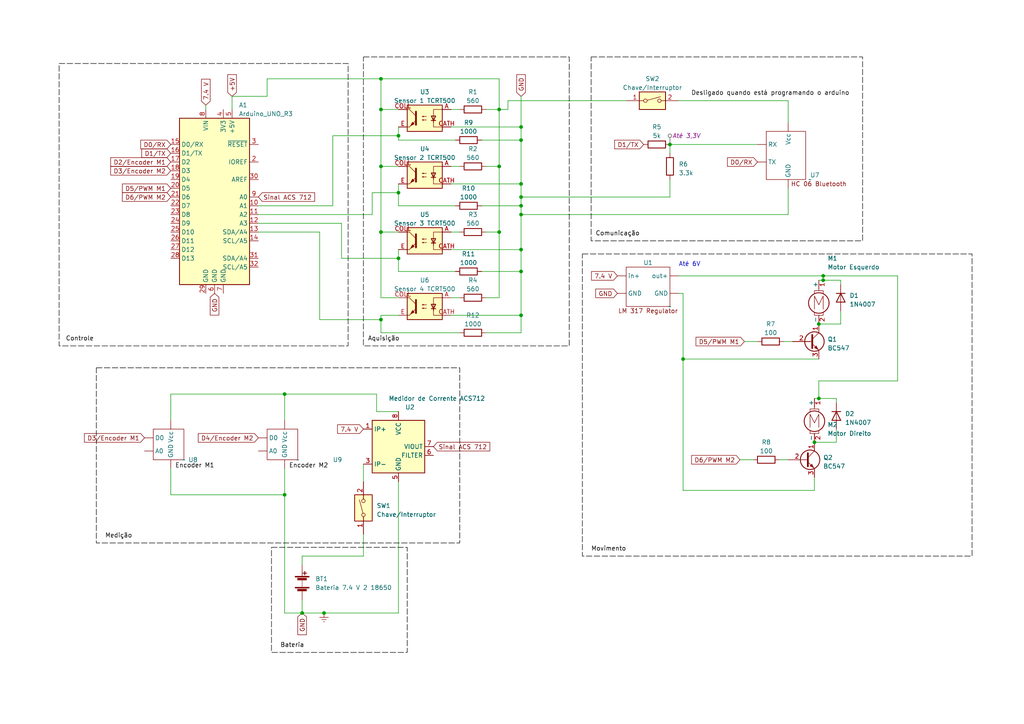
<source format=kicad_sch>
(kicad_sch (version 20230121) (generator eeschema)
  (paper "A4")
  (title_block (title "Projeto K.A.T.I.A.U") (date "2024-05-13") (rev "Pedro Zago") (company "Universidade de Brasília ") (comment 1 "Grupo 2") (comment 2 "Projeto Integrador de Engenharia 1 "))
  (lib_symbols
    (symbol "BLUETOOTH-SERIAL-HC-06:Encoder"
      (property "Reference" "U" (at 0 0 0))
      (symbol "Encoder_0_1"
        (rectangle (start -8.89 8.89) (end 0 0))
      )
      (symbol "Encoder_1_1"
        (pin output line (at -11.43 2.54 0) (length 2.54) (name "A0") (number ""))
        (pin output line (at -11.43 6.35 0) (length 2.54) (name "D0") (number ""))
        (pin input line (at -3.81 -2.54 90) (length 2.54) (name "GND") (number ""))
        (pin input line (at -3.81 11.43 270) (length 2.54) (name "Vcc") (number ""))
      )
    )
    (symbol "BLUETOOTH-SERIAL-HC-06:HC_06_Bluetooth"
      (property "Reference" "U" (at 0 1.27 0))
      (symbol "HC_06_Bluetooth_0_1"
        (rectangle (start -12.7 13.97) (end -1.27 0))
      )
      (symbol "HC_06_Bluetooth_1_1"
        (text "HC 06 Bluetooth" (at 2.54 -1.27 0) (effects (font (size 1.27 1.27))))
        (pin input line (at -6.35 -2.54 90) (length 2.54) (name "GND") (number ""))
        (pin input line (at -15.24 10.16 0) (length 2.54) (name "RX") (number ""))
        (pin output line (at -15.24 5.08 0) (length 2.54) (name "TX") (number ""))
        (pin input line (at -6.35 16.51 270) (length 2.54) (name "Vcc") (number ""))
      )
    )
    (symbol "BLUETOOTH-SERIAL-HC-06:XL4005_"
      (property "Reference" "U1" (at -6.35 12.7 0))
      (property "Value" "~" (at 0 0 0))
      (symbol "XL4005__0_1"
        (rectangle (start -12.7 11.43) (end 0 0))
      )
      (symbol "XL4005__1_1"
        (text "LM 317 Regulator" (at -6.35 -1.27 0) (effects (font (size 1.27 1.27))))
        (pin input line (at -15.24 3.81 0) (length 2.54) (name "GND") (number ""))
        (pin output line (at 2.54 3.81 180) (length 2.54) (name "GND") (number ""))
        (pin input line (at -15.24 8.89 0) (length 2.54) (name "in+") (number ""))
        (pin output line (at 2.54 8.89 180) (length 2.54) (name "out+") (number ""))
      )
    )
    (symbol "Device:Battery" (pin_numbers hide) (pin_names (offset 0) hide)
      (property "Reference" "BT" (at 2.54 2.54 0))
      (property "Value" "Battery" (at 2.54 0 0))
      (symbol "Battery_0_1"
        (rectangle (start -2.032 -1.397) (end 2.032 -1.651) (fill (type outline)))
        (rectangle (start -2.032 1.778) (end 2.032 1.524) (fill (type outline)))
        (rectangle (start -1.3208 -1.9812) (end 1.27 -2.4892) (fill (type outline)))
        (rectangle (start -1.3208 1.1938) (end 1.27 0.6858) (fill (type outline)))
        (polyline (pts (xy 0 -1.524) (xy 0 -1.27)))
        (polyline (pts (xy 0 -1.016) (xy 0 -0.762)))
        (polyline (pts (xy 0 -0.508) (xy 0 -0.254)))
        (polyline (pts (xy 0 0) (xy 0 0.254)))
        (polyline (pts (xy 0 0.508) (xy 0 0.762)))
        (polyline (pts (xy 0 1.778) (xy 0 2.54)))
        (polyline (pts (xy 0.254 2.667) (xy 1.27 2.667)) (stroke (width 0.254)))
        (polyline (pts (xy 0.762 3.175) (xy 0.762 2.159)) (stroke (width 0.254)))
      )
      (symbol "Battery_1_1"
        (pin passive line (at 0 5.08 270) (length 2.54) (name "+") (number "1"))
        (pin passive line (at 0 -5.08 90) (length 2.54) (name "-") (number "2"))
      )
    )
    (symbol "Device:R" (pin_numbers hide) (pin_names (offset 0))
      (property "Reference" "R" (at 2.032 0 90))
      (property "Value" "R" (at 0 0 90))
      (symbol "R_0_1"
        (rectangle (start -1.016 -2.54) (end 1.016 2.54) (stroke (width 0.254)))
      )
      (symbol "R_1_1"
        (pin passive line (at 0 3.81 270) (length 1.27) (name "~") (number "1"))
        (pin passive line (at 0 -3.81 90) (length 1.27) (name "~") (number "2"))
      )
    )
    (symbol "Diode:1N4007" (pin_numbers hide) (pin_names hide)
      (property "Reference" "D" (at 0 2.54 0))
      (property "Value" "1N4007" (at 0 -2.54 0))
      (symbol "1N4007_0_1"
        (polyline (pts (xy -1.27 1.27) (xy -1.27 -1.27)) (stroke (width 0.254)))
        (polyline (pts (xy 1.27 0) (xy -1.27 0)))
        (polyline (pts (xy 1.27 1.27) (xy 1.27 -1.27) (xy -1.27 0) (xy 1.27 1.27)) (stroke (width 0.254)))
      )
      (symbol "1N4007_1_1"
        (pin passive line (at -3.81 0 0) (length 2.54) (name "K") (number "1"))
        (pin passive line (at 3.81 0 180) (length 2.54) (name "A") (number "2"))
      )
    )
    (symbol "MCU_Module:Arduino_UNO_R3"
      (property "Reference" "A" (at -10.16 23.495 0))
      (property "Value" "Arduino_UNO_R3" (at 5.08 -26.67 0))
      (symbol "Arduino_UNO_R3_0_1"
        (rectangle (start -10.16 22.86) (end 10.16 -25.4) (stroke (width 0.254)) (fill (type background)))
      )
      (symbol "Arduino_UNO_R3_1_1"
        (pin no_connect line (at -10.16 -20.32 0) (length 2.54) hide (name "NC") (number "1"))
        (pin bidirectional line (at 12.7 -2.54 180) (length 2.54) (name "A1") (number "10"))
        (pin bidirectional line (at 12.7 -5.08 180) (length 2.54) (name "A2") (number "11"))
        (pin bidirectional line (at 12.7 -7.62 180) (length 2.54) (name "A3") (number "12"))
        (pin bidirectional line (at 12.7 -10.16 180) (length 2.54) (name "SDA/A4") (number "13"))
        (pin bidirectional line (at 12.7 -12.7 180) (length 2.54) (name "SCL/A5") (number "14"))
        (pin bidirectional line (at -12.7 15.24 0) (length 2.54) (name "D0/RX") (number "15"))
        (pin bidirectional line (at -12.7 12.7 0) (length 2.54) (name "D1/TX") (number "16"))
        (pin bidirectional line (at -12.7 10.16 0) (length 2.54) (name "D2") (number "17"))
        (pin bidirectional line (at -12.7 7.62 0) (length 2.54) (name "D3") (number "18"))
        (pin bidirectional line (at -12.7 5.08 0) (length 2.54) (name "D4") (number "19"))
        (pin output line (at 12.7 10.16 180) (length 2.54) (name "IOREF") (number "2"))
        (pin bidirectional line (at -12.7 2.54 0) (length 2.54) (name "D5") (number "20"))
        (pin bidirectional line (at -12.7 0 0) (length 2.54) (name "D6") (number "21"))
        (pin bidirectional line (at -12.7 -2.54 0) (length 2.54) (name "D7") (number "22"))
        (pin bidirectional line (at -12.7 -5.08 0) (length 2.54) (name "D8") (number "23"))
        (pin bidirectional line (at -12.7 -7.62 0) (length 2.54) (name "D9") (number "24"))
        (pin bidirectional line (at -12.7 -10.16 0) (length 2.54) (name "D10") (number "25"))
        (pin bidirectional line (at -12.7 -12.7 0) (length 2.54) (name "D11") (number "26"))
        (pin bidirectional line (at -12.7 -15.24 0) (length 2.54) (name "D12") (number "27"))
        (pin bidirectional line (at -12.7 -17.78 0) (length 2.54) (name "D13") (number "28"))
        (pin power_in line (at -2.54 -27.94 90) (length 2.54) (name "GND") (number "29"))
        (pin input line (at 12.7 15.24 180) (length 2.54) (name "~{RESET}") (number "3"))
        (pin input line (at 12.7 5.08 180) (length 2.54) (name "AREF") (number "30"))
        (pin bidirectional line (at 12.7 -17.78 180) (length 2.54) (name "SDA/A4") (number "31"))
        (pin bidirectional line (at 12.7 -20.32 180) (length 2.54) (name "SCL/A5") (number "32"))
        (pin power_out line (at 2.54 25.4 270) (length 2.54) (name "3V3") (number "4"))
        (pin power_out line (at 5.08 25.4 270) (length 2.54) (name "+5V") (number "5"))
        (pin power_in line (at 0 -27.94 90) (length 2.54) (name "GND") (number "6"))
        (pin power_in line (at 2.54 -27.94 90) (length 2.54) (name "GND") (number "7"))
        (pin power_in line (at -2.54 25.4 270) (length 2.54) (name "VIN") (number "8"))
        (pin bidirectional line (at 12.7 0 180) (length 2.54) (name "A0") (number "9"))
      )
    )
    (symbol "Motor:Motor_DC_ALT" (pin_names (offset 0))
      (property "Reference" "M" (at 2.54 2.54 0))
      (property "Value" "Motor_DC_ALT" (at 2.54 -5.08 0))
      (symbol "Motor_DC_ALT_0_0"
        (circle (center 0 -1.524) (radius 2.9718) (stroke (width 0.254)))
        (polyline (pts (xy -1.27 -4.318) (xy -1.27 -5.08) (xy 1.27 -5.08) (xy 1.27 -4.318)))
        (polyline (pts (xy -1.27 1.27) (xy -1.27 2.032) (xy 1.27 2.032) (xy 1.27 1.27)))
        (polyline (pts (xy -1.27 -3.302) (xy -1.27 0.508) (xy 0 -2.032) (xy 1.27 0.508) (xy 1.27 -3.302)))
      )
      (symbol "Motor_DC_ALT_0_1"
        (polyline (pts (xy 0 2.032) (xy 0 2.54)))
      )
      (symbol "Motor_DC_ALT_1_1"
        (pin passive line (at 0 5.08 270) (length 2.54) (name "+") (number "1"))
        (pin passive line (at 0 -7.62 90) (length 2.54) (name "-") (number "2"))
      )
    )
    (symbol "Sensor_Current:ACS712xLCTR-20A"
      (property "Reference" "U" (at 2.54 11.43 0))
      (property "Value" "ACS712xLCTR-20A" (at 2.54 8.89 0))
      (symbol "ACS712xLCTR-20A_0_1"
        (rectangle (start -7.62 7.62) (end 7.62 -7.62) (stroke (width 0.254)) (fill (type background)))
      )
      (symbol "ACS712xLCTR-20A_1_1"
        (pin passive line (at -10.16 5.08 0) (length 2.54) (name "IP+") (number "1"))
        (pin passive line (at -10.16 5.08 0) (length 2.54) hide (name "IP+") (number "2"))
        (pin passive line (at -10.16 -5.08 0) (length 2.54) (name "IP-") (number "3"))
        (pin passive line (at -10.16 -5.08 0) (length 2.54) hide (name "IP-") (number "4"))
        (pin power_in line (at 0 -10.16 90) (length 2.54) (name "GND") (number "5"))
        (pin passive line (at 10.16 -2.54 180) (length 2.54) (name "FILTER") (number "6"))
        (pin output line (at 10.16 0 180) (length 2.54) (name "VIOUT") (number "7"))
        (pin power_in line (at 0 10.16 270) (length 2.54) (name "VCC") (number "8"))
      )
    )
    (symbol "Switch:SW_DIP_x01" (pin_names (offset 0) hide)
      (property "Reference" "SW" (at 0 3.81 0))
      (property "Value" "SW_DIP_x01" (at 0 -3.81 0))
      (symbol "SW_DIP_x01_0_0"
        (circle (center -2.032 0) (radius 0.508))
        (polyline (pts (xy -1.524 0.127) (xy 2.3622 1.1684)))
        (circle (center 2.032 0) (radius 0.508))
      )
      (symbol "SW_DIP_x01_0_1"
        (rectangle (start -3.81 2.54) (end 3.81 -2.54) (stroke (width 0.254)) (fill (type background)))
      )
      (symbol "SW_DIP_x01_1_1"
        (pin passive line (at -7.62 0 0) (length 5.08) (name "~") (number "1"))
        (pin passive line (at 7.62 0 180) (length 5.08) (name "~") (number "2"))
      )
    )
    (symbol "Transistor_BJT:BC547" (pin_names (offset 0) hide)
      (property "Reference" "Q" (at 5.08 1.905 0))
      (property "Value" "BC547" (at 5.08 0 0))
      (symbol "BC547_0_1"
        (polyline (pts (xy 0 0) (xy 0.635 0)))
        (polyline (pts (xy 0.635 0.635) (xy 2.54 2.54)))
        (polyline (pts (xy 0.635 -0.635) (xy 2.54 -2.54) (xy 2.54 -2.54)))
        (polyline (pts (xy 0.635 1.905) (xy 0.635 -1.905) (xy 0.635 -1.905)) (stroke (width 0.508)))
        (polyline (pts (xy 1.27 -1.778) (xy 1.778 -1.27) (xy 2.286 -2.286) (xy 1.27 -1.778) (xy 1.27 -1.778)) (fill (type outline)))
        (circle (center 1.27 0) (radius 2.8194) (stroke (width 0.254)))
      )
      (symbol "BC547_1_1"
        (pin passive line (at 2.54 5.08 270) (length 2.54) (name "C") (number "1"))
        (pin input line (at -5.08 0 0) (length 5.08) (name "B") (number "2"))
        (pin passive line (at 2.54 -5.08 90) (length 2.54) (name "E") (number "3"))
      )
    )
    (symbol "power:Earth" (power) (pin_names (offset 0))
      (symbol "Earth_0_1"
        (polyline (pts (xy -0.635 -1.905) (xy 0.635 -1.905)))
        (polyline (pts (xy -0.127 -2.54) (xy 0.127 -2.54)))
        (polyline (pts (xy 0 -1.27) (xy 0 0)))
        (polyline (pts (xy 1.27 -1.27) (xy -1.27 -1.27)))
      )
      (symbol "Earth_1_1"
        (pin power_in line (at 0 0 270) (length 0) hide (name "Earth") (number "1"))
      )
    )
    (symbol "tcrt5000:TCRT5000"
      (property "Reference" "U" (at 0 5.08 0))
      (property "Value" "TCRT5000" (at 0 -5.08 0))
      (symbol "TCRT5000_0_1"
        (rectangle (start -5.08 3.81) (end 5.08 -3.81) (stroke (width 0.254)) (fill (type background)))
        (polyline (pts (xy -3.175 -0.635) (xy -1.905 -0.635)) (stroke (width 0.254)))
        (polyline (pts (xy 2.54 0.635) (xy 4.445 2.54)))
        (polyline (pts (xy 4.445 -2.54) (xy 2.54 -0.635)) (fill (type outline)))
        (polyline (pts (xy 4.445 -2.54) (xy 5.08 -2.54)))
        (polyline (pts (xy 4.445 2.54) (xy 5.08 2.54)))
        (polyline (pts (xy -2.54 -0.635) (xy -2.54 -2.54) (xy -5.08 -2.54)))
        (polyline (pts (xy 2.54 1.905) (xy 2.54 -1.905) (xy 2.54 -1.905)) (stroke (width 0.508)))
        (polyline (pts (xy -5.08 2.54) (xy -2.54 2.54) (xy -2.54 -1.27) (xy -2.54 0.635)))
        (polyline (pts (xy -2.54 -0.635) (xy -3.175 0.635) (xy -1.905 0.635) (xy -2.54 -0.635)) (stroke (width 0.254)))
        (polyline (pts (xy -0.508 -0.508) (xy 0.762 -0.508) (xy 0.381 -0.635) (xy 0.381 -0.381) (xy 0.762 -0.508)))
        (polyline (pts (xy -0.508 0.508) (xy 0.762 0.508) (xy 0.381 0.381) (xy 0.381 0.635) (xy 0.762 0.508)))
        (polyline (pts (xy 3.048 -1.651) (xy 3.556 -1.143) (xy 4.064 -2.159) (xy 3.048 -1.651) (xy 3.048 -1.651)) (fill (type outline)))
      )
      (symbol "TCRT5000_1_1"
        (pin passive line (at -7.62 2.54 0) (length 2.54) (name "~") (number "A"))
        (pin passive line (at -7.62 -2.54 0) (length 2.54) (name "~") (number "CATH"))
        (pin passive line (at 7.62 2.54 180) (length 2.54) (name "~") (number "COLL"))
        (pin passive line (at 7.62 -2.54 180) (length 2.54) (name "~") (number "E"))
      )
    )
  )
  (junction (at 151.13 40.64))
  (junction (at 236.22 128.27))
  (junction (at 238.76 81.28))
  (junction (at 87.63 177.8))
  (junction (at 115.57 39.37))
  (junction (at 238.76 80.01))
  (junction (at 144.78 31.75))
  (junction (at 144.78 48.26))
  (junction (at 151.13 91.44))
  (junction (at 237.49 115.57))
  (junction (at 151.13 57.15))
  (junction (at 82.55 114.3))
  (junction (at 82.55 143.51))
  (junction (at 151.13 62.23))
  (junction (at 151.13 78.74))
  (junction (at 194.31 41.91))
  (junction (at 115.57 55.88))
  (junction (at 151.13 53.34))
  (junction (at 93.98 177.8))
  (junction (at 198.12 104.14))
  (junction (at 110.49 48.26))
  (junction (at 144.78 67.31))
  (junction (at 151.13 72.39))
  (junction (at 237.49 93.98))
  (junction (at 151.13 59.69))
  (junction (at 151.13 36.83))
  (junction (at 110.49 22.86))
  (junction (at 115.57 74.93))
  (junction (at 110.49 31.75))
  (junction (at 110.49 92.71))
  (junction (at 110.49 67.31))
  (wire (pts (xy 140.97 96.52) (xy 151.13 96.52)))
  (wire (pts (xy 59.69 30.48) (xy 59.69 31.75)))
  (wire (pts (xy 115.57 78.74) (xy 132.08 78.74)))
  (wire (pts (xy 236.22 138.43) (xy 236.22 142.24)))
  (wire (pts (xy 130.81 31.75) (xy 133.35 31.75)))
  (wire (pts (xy 115.57 59.69) (xy 132.08 59.69)))
  (wire (pts (xy 237.49 115.57) (xy 242.57 115.57)))
  (wire (pts (xy 130.81 67.31) (xy 133.35 67.31)))
  (wire (pts (xy 260.35 80.01) (xy 260.35 110.49)))
  (wire (pts (xy 215.9 99.06) (xy 219.71 99.06)))
  (wire (pts (xy 151.13 57.15) (xy 194.31 57.15)))
  (wire (pts (xy 87.63 161.29) (xy 105.41 161.29)))
  (wire (pts (xy 110.49 22.86) (xy 110.49 31.75)))
  (wire (pts (xy 144.78 31.75) (xy 144.78 48.26)))
  (wire (pts (xy 49.53 135.89) (xy 49.53 143.51)))
  (wire (pts (xy 130.81 53.34) (xy 151.13 53.34)))
  (wire (pts (xy 228.6 54.61) (xy 228.6 62.23)))
  (wire (pts (xy 74.93 67.31) (xy 92.71 67.31)))
  (wire (pts (xy 144.78 22.86) (xy 144.78 31.75)))
  (wire (pts (xy 151.13 62.23) (xy 228.6 62.23)))
  (wire (pts (xy 115.57 139.7) (xy 115.57 177.8)))
  (wire (pts (xy 139.7 59.69) (xy 151.13 59.69)))
  (wire (pts (xy 194.31 41.91) (xy 194.31 44.45)))
  (wire (pts (xy 67.31 27.94) (xy 67.31 31.75)))
  (wire (pts (xy 87.63 177.8) (xy 93.98 177.8)))
  (wire (pts (xy 140.97 31.75) (xy 144.78 31.75)))
  (wire (pts (xy 151.13 53.34) (xy 151.13 57.15)))
  (wire (pts (xy 82.55 135.89) (xy 82.55 143.51)))
  (wire (pts (xy 110.49 67.31) (xy 110.49 86.36)))
  (wire (pts (xy 110.49 92.71) (xy 110.49 96.52)))
  (wire (pts (xy 151.13 72.39) (xy 151.13 78.74)))
  (wire (pts (xy 196.85 80.01) (xy 238.76 80.01)))
  (wire (pts (xy 87.63 161.29) (xy 87.63 163.83)))
  (wire (pts (xy 139.7 40.64) (xy 151.13 40.64)))
  (wire (pts (xy 115.57 36.83) (xy 115.57 39.37)))
  (wire (pts (xy 110.49 86.36) (xy 115.57 86.36)))
  (wire (pts (xy 110.49 48.26) (xy 110.49 67.31)))
  (wire (pts (xy 151.13 40.64) (xy 151.13 53.34)))
  (wire (pts (xy 99.06 74.93) (xy 115.57 74.93)))
  (wire (pts (xy 237.49 93.98) (xy 243.84 93.98)))
  (wire (pts (xy 238.76 80.01) (xy 238.76 81.28)))
  (wire (pts (xy 227.33 99.06) (xy 229.87 99.06)))
  (wire (pts (xy 228.6 29.21) (xy 228.6 35.56)))
  (wire (pts (xy 107.95 55.88) (xy 115.57 55.88)))
  (wire (pts (xy 49.53 114.3) (xy 49.53 121.92)))
  (wire (pts (xy 110.49 22.86) (xy 144.78 22.86)))
  (wire (pts (xy 110.49 31.75) (xy 115.57 31.75)))
  (wire (pts (xy 151.13 78.74) (xy 151.13 91.44)))
  (wire (pts (xy 242.57 115.57) (xy 242.57 116.84)))
  (wire (pts (xy 109.22 114.3) (xy 109.22 119.38)))
  (wire (pts (xy 82.55 114.3) (xy 82.55 121.92)))
  (wire (pts (xy 82.55 114.3) (xy 109.22 114.3)))
  (wire (pts (xy 181.61 29.21) (xy 147.32 29.21)))
  (wire (pts (xy 243.84 81.28) (xy 243.84 82.55)))
  (wire (pts (xy 238.76 81.28) (xy 243.84 81.28)))
  (wire (pts (xy 99.06 64.77) (xy 99.06 74.93)))
  (wire (pts (xy 115.57 40.64) (xy 132.08 40.64)))
  (wire (pts (xy 110.49 31.75) (xy 110.49 48.26)))
  (wire (pts (xy 49.53 143.51) (xy 82.55 143.51)))
  (wire (pts (xy 198.12 142.24) (xy 236.22 142.24)))
  (wire (pts (xy 196.85 29.21) (xy 228.6 29.21)))
  (wire (pts (xy 77.47 22.86) (xy 77.47 27.94)))
  (wire (pts (xy 151.13 91.44) (xy 151.13 96.52)))
  (wire (pts (xy 237.49 110.49) (xy 237.49 115.57)))
  (wire (pts (xy 82.55 143.51) (xy 82.55 177.8)))
  (wire (pts (xy 87.63 173.99) (xy 87.63 177.8)))
  (wire (pts (xy 82.55 177.8) (xy 87.63 177.8)))
  (wire (pts (xy 198.12 104.14) (xy 237.49 104.14)))
  (wire (pts (xy 67.31 27.94) (xy 77.47 27.94)))
  (wire (pts (xy 110.49 96.52) (xy 133.35 96.52)))
  (wire (pts (xy 144.78 48.26) (xy 144.78 67.31)))
  (wire (pts (xy 194.31 52.07) (xy 194.31 57.15)))
  (wire (pts (xy 115.57 72.39) (xy 115.57 74.93)))
  (wire (pts (xy 198.12 104.14) (xy 198.12 142.24)))
  (wire (pts (xy 49.53 114.3) (xy 82.55 114.3)))
  (wire (pts (xy 144.78 67.31) (xy 144.78 86.36)))
  (wire (pts (xy 151.13 36.83) (xy 151.13 40.64)))
  (wire (pts (xy 214.63 133.35) (xy 218.44 133.35)))
  (wire (pts (xy 105.41 154.94) (xy 105.41 161.29)))
  (wire (pts (xy 92.71 67.31) (xy 92.71 92.71)))
  (wire (pts (xy 105.41 134.62) (xy 105.41 139.7)))
  (wire (pts (xy 110.49 91.44) (xy 115.57 91.44)))
  (wire (pts (xy 74.93 59.69) (xy 96.52 59.69)))
  (wire (pts (xy 226.06 133.35) (xy 228.6 133.35)))
  (wire (pts (xy 130.81 72.39) (xy 151.13 72.39)))
  (wire (pts (xy 139.7 78.74) (xy 151.13 78.74)))
  (wire (pts (xy 115.57 53.34) (xy 115.57 55.88)))
  (wire (pts (xy 151.13 57.15) (xy 151.13 59.69)))
  (wire (pts (xy 109.22 119.38) (xy 115.57 119.38)))
  (wire (pts (xy 140.97 48.26) (xy 144.78 48.26)))
  (wire (pts (xy 151.13 59.69) (xy 151.13 62.23)))
  (wire (pts (xy 96.52 39.37) (xy 96.52 59.69)))
  (wire (pts (xy 140.97 86.36) (xy 144.78 86.36)))
  (wire (pts (xy 140.97 67.31) (xy 144.78 67.31)))
  (wire (pts (xy 74.93 64.77) (xy 99.06 64.77)))
  (wire (pts (xy 130.81 91.44) (xy 151.13 91.44)))
  (wire (pts (xy 242.57 124.46) (xy 242.57 128.27)))
  (wire (pts (xy 77.47 22.86) (xy 110.49 22.86)))
  (wire (pts (xy 74.93 62.23) (xy 107.95 62.23)))
  (wire (pts (xy 115.57 55.88) (xy 115.57 59.69)))
  (wire (pts (xy 151.13 62.23) (xy 151.13 72.39)))
  (wire (pts (xy 110.49 48.26) (xy 115.57 48.26)))
  (wire (pts (xy 92.71 92.71) (xy 110.49 92.71)))
  (wire (pts (xy 196.85 85.09) (xy 198.12 85.09)))
  (wire (pts (xy 115.57 74.93) (xy 115.57 78.74)))
  (wire (pts (xy 237.49 110.49) (xy 260.35 110.49)))
  (wire (pts (xy 151.13 27.94) (xy 151.13 36.83)))
  (wire (pts (xy 107.95 55.88) (xy 107.95 62.23)))
  (wire (pts (xy 236.22 115.57) (xy 237.49 115.57)))
  (wire (pts (xy 236.22 128.27) (xy 242.57 128.27)))
  (wire (pts (xy 238.76 80.01) (xy 260.35 80.01)))
  (wire (pts (xy 96.52 39.37) (xy 115.57 39.37)))
  (wire (pts (xy 198.12 85.09) (xy 198.12 104.14)))
  (wire (pts (xy 115.57 39.37) (xy 115.57 40.64)))
  (wire (pts (xy 130.81 86.36) (xy 133.35 86.36)))
  (wire (pts (xy 110.49 91.44) (xy 110.49 92.71)))
  (wire (pts (xy 93.98 177.8) (xy 115.57 177.8)))
  (wire (pts (xy 194.31 41.91) (xy 219.71 41.91)))
  (wire (pts (xy 147.32 29.21) (xy 147.32 31.75)))
  (wire (pts (xy 243.84 90.17) (xy 243.84 93.98)))
  (wire (pts (xy 144.78 31.75) (xy 147.32 31.75)))
  (wire (pts (xy 130.81 48.26) (xy 133.35 48.26)))
  (wire (pts (xy 130.81 36.83) (xy 151.13 36.83)))
  (wire (pts (xy 110.49 67.31) (xy 115.57 67.31)))
  (wire (pts (xy 237.49 81.28) (xy 238.76 81.28)))
  (rectangle (start 105.41 16.51) (end 165.1 100.33) (stroke (width 0) (type dash) (color 0 0 0 1)))
  (rectangle (start 17.145 18.415) (end 100.965 100.33) (stroke (width 0) (type dash) (color 0 0 0 1)))
  (rectangle (start 27.94 106.68) (end 133.35 157.48) (stroke (width 0) (type dash) (color 0 0 0 1)))
  (rectangle (start 78.74 158.75) (end 118.11 189.23) (stroke (width 0) (type dash) (color 0 0 0 1)))
  (rectangle (start 171.45 16.51) (end 250.19 69.85) (stroke (width 0) (type dash) (color 0 0 0 1)))
  (rectangle (start 168.91 73.66) (end 281.94 161.29) (stroke (width 0) (type dash) (color 0 0 0 1)))
  (text "Medição" (at 30.48 156.21 0) (effects (font (size 1.27 1.27)) (justify left bottom)))
  (text "Encoder M1" (at 50.8 135.89 0) (effects (font (size 1.27 1.27)) (justify left bottom)))
  (text "Até 6V" (at 203.2 77.47 0) (effects (font (size 1.27 1.27)) (justify right bottom)))
  (text "Aquisição\n" (at 106.68 99.06 0) (effects (font (size 1.27 1.27)) (justify left bottom)))
  (text "Bateria" (at 81.28 187.96 0) (effects (font (size 1.27 1.27)) (justify left bottom)))
  (text "Comunicação" (at 172.72 68.58 0) (effects (font (size 1.27 1.27)) (justify left bottom)))
  (text "Controle" (at 19.05 99.06 0) (effects (font (size 1.27 1.27)) (justify left bottom)))
  (text "Encoder M2\n" (at 83.82 135.89 0) (effects (font (size 1.27 1.27)) (justify left bottom)))
  (text "Movimento\n" (at 171.45 160.02 0) (effects (font (size 1.27 1.27)) (justify left bottom)))
  (label "Desligado quando está programando o arduino" (at 246.38 27.94 180))
  (global_label "D5{slash}PWM M1" (shape input) (at 215.9 99.06 180) (property "Intersheetrefs" "${INTERSHEET_REFS}" (effects hide)))
  (global_label "GND" (shape input) (at 151.13 27.94 90) (property "Intersheetrefs" "${INTERSHEET_REFS}" (effects hide)))
  (global_label "7.4 V" (shape input) (at 179.07 80.01 180) (property "Intersheetrefs" "${INTERSHEET_REFS}" (effects hide)))
  (global_label "GND" (shape input) (at 87.63 177.8 270) (property "Intersheetrefs" "${INTERSHEET_REFS}" (effects hide)))
  (global_label "D6{slash}PWM M2" (shape input) (at 49.53 57.15 180) (property "Intersheetrefs" "${INTERSHEET_REFS}" (effects hide)))
  (global_label "D2{slash}Encoder M1" (shape input) (at 49.53 46.99 180) (property "Intersheetrefs" "${INTERSHEET_REFS}" (effects hide)))
  (global_label "7.4 V" (shape input) (at 59.69 30.48 90) (property "Intersheetrefs" "${INTERSHEET_REFS}" (effects hide)))
  (global_label "D0{slash}RX" (shape input) (at 49.53 41.91 180) (property "Intersheetrefs" "${INTERSHEET_REFS}" (effects hide)))
  (global_label "Sinal ACS 712" (shape input) (at 74.93 57.15 0) (property "Intersheetrefs" "${INTERSHEET_REFS}" (effects hide)))
  (global_label "D0{slash}RX" (shape input) (at 219.71 46.99 180) (property "Intersheetrefs" "${INTERSHEET_REFS}" (effects hide)))
  (global_label "D4{slash}Encoder M2" (shape input) (at 74.93 127 180) (property "Intersheetrefs" "${INTERSHEET_REFS}" (effects hide)))
  (global_label "D1{slash}TX" (shape input) (at 49.53 44.45 180) (property "Intersheetrefs" "${INTERSHEET_REFS}" (effects hide)))
  (global_label "D3{slash}Encoder M1" (shape input) (at 41.91 127 180) (property "Intersheetrefs" "${INTERSHEET_REFS}" (effects hide)))
  (global_label "D6{slash}PWM M2" (shape input) (at 214.63 133.35 180) (property "Intersheetrefs" "${INTERSHEET_REFS}" (effects hide)))
  (global_label "D1{slash}TX" (shape input) (at 186.69 41.91 180) (property "Intersheetrefs" "${INTERSHEET_REFS}" (effects hide)))
  (global_label "7.4 V" (shape input) (at 105.41 124.46 180) (property "Intersheetrefs" "${INTERSHEET_REFS}" (effects hide)))
  (global_label "D5{slash}PWM M1" (shape input) (at 49.53 54.61 180) (property "Intersheetrefs" "${INTERSHEET_REFS}" (effects hide)))
  (global_label "GND" (shape input) (at 62.23 85.09 270) (property "Intersheetrefs" "${INTERSHEET_REFS}" (effects hide)))
  (global_label "Sinal ACS 712" (shape input) (at 125.73 129.54 0) (property "Intersheetrefs" "${INTERSHEET_REFS}" (effects hide)))
  (global_label "+5V" (shape input) (at 67.31 27.94 90) (property "Intersheetrefs" "${INTERSHEET_REFS}" (effects hide)))
  (global_label "GND" (shape input) (at 179.07 85.09 180) (property "Intersheetrefs" "${INTERSHEET_REFS}" (effects hide)))
  (global_label "D3{slash}Encoder M2" (shape input) (at 49.53 49.53 180) (property "Intersheetrefs" "${INTERSHEET_REFS}" (effects hide)))
  (netclass_flag "" (length 2.54) (shape round) (at 194.31 41.91 0) (property "Netclass" "Até 3,3V" (at 195.0085 39.37 0) (effects (font italic) (justify left))))
  (symbol (lib_id "Diode:1N4007") (at 242.57 120.65 270) (unit 1)
    (property "Reference" "D2" (at 245.11 120.015 90) (effects (justify left)))
    (property "Value" "1N4007" (at 245.11 122.555 90) (effects (justify left)))
    (property "Footprint" "Diode_THT:D_DO-41_SOD81_P10.16mm_Horizontal" (effects hide))
    (property "Datasheet" "http://www.vishay.com/docs/88503/1n4001.pdf" (effects hide))
    (property "Sim.Device" "D" (effects hide))
    (property "Sim.Pins" "1=K 2=A" (effects hide))
  )
  (symbol (lib_id "Device:R") (at 137.16 96.52 270) (unit 1)
    (property "Reference" "R12" (at 137.16 91.44 90))
    (property "Value" "1000" (at 137.16 93.98 90))
  )
  (symbol (lib_id "Device:R") (at 222.25 133.35 270) (unit 1)
    (property "Reference" "R8" (at 222.25 128.27 90))
    (property "Value" "100" (at 222.25 130.81 90))
  )
  (symbol (lib_id "BLUETOOTH-SERIAL-HC-06:Encoder") (at 53.34 133.35 0) (unit 1)
    (property "Reference" "U8" (at 54.61 133.35 0) (effects (justify left)))
    (property "Value" "~" (at 53.34 133.35 0))
  )
  (symbol (lib_id "Device:R") (at 135.89 78.74 270) (unit 1)
    (property "Reference" "R11" (at 135.89 73.66 90))
    (property "Value" "1000" (at 135.89 76.2 90))
  )
  (symbol (lib_id "power:Earth") (at 93.98 177.8 0) (unit 1)
    (property "Reference" "#PWR01" (effects hide))
    (property "Value" "Earth" (effects hide))
  )
  (symbol (lib_id "Device:R") (at 137.16 67.31 270) (unit 1)
    (property "Reference" "R3" (at 137.16 62.23 90))
    (property "Value" "560" (at 137.16 64.77 90))
  )
  (symbol (lib_id "Device:R") (at 137.16 31.75 270) (unit 1)
    (property "Reference" "R1" (at 137.16 26.67 90))
    (property "Value" "560" (at 137.16 29.21 90))
  )
  (symbol (lib_id "BLUETOOTH-SERIAL-HC-06:Encoder") (at 86.36 133.35 0) (unit 1)
    (property "Reference" "U9" (at 96.52 133.35 0) (effects (justify left)))
    (property "Value" "~" (at 86.36 133.35 0))
  )
  (symbol (lib_id "Device:R") (at 137.16 48.26 270) (unit 1)
    (property "Reference" "R2" (at 137.16 43.18 90))
    (property "Value" "560" (at 137.16 45.72 90))
  )
  (symbol (lib_id "Device:R") (at 194.31 48.26 0) (unit 1)
    (property "Reference" "R6" (at 196.85 47.625 0) (effects (justify left)))
    (property "Value" "3.3k" (at 196.85 50.165 0) (effects (justify left)))
  )
  (symbol (lib_id "tcrt5000:TCRT5000") (at 123.19 50.8 0) (mirror y) (unit 1)
    (property "Reference" "U4" (at 123.19 43.18 0))
    (property "Value" "Sensor 2 TCRT500" (at 123.19 45.72 0))
    (property "Footprint" "tcrt5000:tcrt5000" (effects hide))
    (property "Datasheet" "https://www.vishay.com/docs/83760/tcrt5000.pdf" (effects hide))
  )
  (symbol (lib_id "Transistor_BJT:BC547") (at 234.95 99.06 0) (unit 1)
    (property "Reference" "Q1" (at 240.03 98.425 0) (effects (justify left)))
    (property "Value" "BC547" (at 240.03 100.965 0) (effects (justify left)))
    (property "Footprint" "Package_TO_SOT_THT:TO-92_Inline" (effects hide))
    (property "Datasheet" "https://www.onsemi.com/pub/Collateral/BC550-D.pdf" (effects hide))
  )
  (symbol (lib_id "MCU_Module:Arduino_UNO_R3") (at 62.23 57.15 0) (unit 1)
    (property "Reference" "A1" (at 69.2659 30.48 0) (effects (justify left)))
    (property "Value" "Arduino_UNO_R3" (at 69.2659 33.02 0) (effects (justify left)))
    (property "Footprint" "Module:Arduino_UNO_R3" (effects hide))
    (property "Datasheet" "https://www.arduino.cc/en/Main/arduinoBoardUno" (effects hide))
  )
  (symbol (lib_id "Device:R") (at 135.89 59.69 270) (unit 1)
    (property "Reference" "R10" (at 135.89 54.61 90))
    (property "Value" "1000" (at 135.89 57.15 90))
  )
  (symbol (lib_id "Sensor_Current:ACS712xLCTR-20A") (at 115.57 129.54 0) (unit 1)
    (property "Reference" "U2" (at 117.5259 118.11 0) (effects (justify left)))
    (property "Value" " Medidor de Corrente ACS712" (at 111.76 115.57 0) (effects (justify left)))
    (property "Footprint" "Package_SO:SOIC-8_3.9x4.9mm_P1.27mm" (effects hide))
    (property "Datasheet" "http://www.allegromicro.com/~/media/Files/Datasheets/ACS712-Datasheet.ashx?la=en" (effects hide))
  )
  (symbol (lib_id "Device:R") (at 137.16 86.36 270) (unit 1)
    (property "Reference" "R4" (at 137.16 81.28 90))
    (property "Value" "560" (at 137.16 83.82 90))
  )
  (symbol (lib_id "Diode:1N4007") (at 243.84 86.36 270) (unit 1)
    (property "Reference" "D1" (at 246.38 85.725 90) (effects (justify left)))
    (property "Value" "1N4007" (at 246.38 88.265 90) (effects (justify left)))
    (property "Footprint" "Diode_THT:D_DO-41_SOD81_P10.16mm_Horizontal" (effects hide))
    (property "Datasheet" "http://www.vishay.com/docs/88503/1n4001.pdf" (effects hide))
    (property "Sim.Device" "D" (effects hide))
    (property "Sim.Pins" "1=K 2=A" (effects hide))
  )
  (symbol (lib_id "Switch:SW_DIP_x01") (at 189.23 29.21 0) (unit 1)
    (property "Reference" "SW2" (at 189.23 22.86 0))
    (property "Value" "Chave/Interruptor" (at 189.23 25.4 0))
  )
  (symbol (lib_id "tcrt5000:TCRT5000") (at 123.19 69.85 0) (mirror y) (unit 1)
    (property "Reference" "U5" (at 123.19 62.23 0))
    (property "Value" "Sensor 3 TCRT500" (at 123.19 64.77 0))
    (property "Footprint" "tcrt5000:tcrt5000" (effects hide))
    (property "Datasheet" "https://www.vishay.com/docs/83760/tcrt5000.pdf" (effects hide))
  )
  (symbol (lib_id "tcrt5000:TCRT5000") (at 123.19 88.9 0) (mirror y) (unit 1)
    (property "Reference" "U6" (at 123.19 81.28 0))
    (property "Value" "Sensor 4 TCRT500" (at 123.19 83.82 0))
    (property "Footprint" "tcrt5000:tcrt5000" (effects hide))
    (property "Datasheet" "https://www.vishay.com/docs/83760/tcrt5000.pdf" (effects hide))
  )
  (symbol (lib_id "tcrt5000:TCRT5000") (at 123.19 34.29 0) (mirror y) (unit 1)
    (property "Reference" "U3" (at 123.19 26.67 0))
    (property "Value" "Sensor 1 TCRT500" (at 123.19 29.21 0))
    (property "Footprint" "tcrt5000:tcrt5000" (effects hide))
    (property "Datasheet" "https://www.vishay.com/docs/83760/tcrt5000.pdf" (effects hide))
  )
  (symbol (lib_id "Transistor_BJT:BC547") (at 233.68 133.35 0) (unit 1)
    (property "Reference" "Q2" (at 238.76 132.715 0) (effects (justify left)))
    (property "Value" "BC547" (at 238.76 135.255 0) (effects (justify left)))
    (property "Footprint" "Package_TO_SOT_THT:TO-92_Inline" (effects hide))
    (property "Datasheet" "https://www.onsemi.com/pub/Collateral/BC550-D.pdf" (effects hide))
  )
  (symbol (lib_id "Switch:SW_DIP_x01") (at 105.41 147.32 90) (unit 1)
    (property "Reference" "SW1" (at 109.22 146.685 90) (effects (justify right)))
    (property "Value" "Chave/Interruptor" (at 109.22 149.225 90) (effects (justify right)))
  )
  (symbol (lib_id "Device:R") (at 223.52 99.06 270) (unit 1)
    (property "Reference" "R7" (at 223.52 93.98 90))
    (property "Value" "100" (at 223.52 96.52 90))
  )
  (symbol (lib_id "Motor:Motor_DC_ALT") (at 237.49 86.36 0) (unit 1)
    (property "Reference" "M1" (at 240.03 74.93 0) (effects (justify left)))
    (property "Value" "Motor Esquerdo" (at 240.03 77.47 0) (effects (justify left)))
  )
  (symbol (lib_id "Device:Battery") (at 87.63 168.91 0) (unit 1)
    (property "Reference" "BT1" (at 91.44 167.894 0) (effects (justify left)))
    (property "Value" "Bateria 7.4 V 2 18650" (at 91.44 170.434 0) (effects (justify left)))
  )
  (symbol (lib_id "Motor:Motor_DC_ALT") (at 236.22 120.65 0) (unit 1)
    (property "Reference" "M2" (at 240.03 123.19 0) (effects (justify left)))
    (property "Value" "Motor Direito" (at 240.03 125.73 0) (effects (justify left)))
  )
  (symbol (lib_id "BLUETOOTH-SERIAL-HC-06:HC_06_Bluetooth") (at 234.95 52.07 0) (unit 1)
    (property "Reference" "U7" (at 234.95 50.8 0) (effects (justify left)))
    (property "Value" "~" (at 234.95 52.07 0))
  )
  (symbol (lib_id "Device:R") (at 190.5 41.91 270) (unit 1)
    (property "Reference" "R5" (at 190.5 36.83 90))
    (property "Value" "5k" (at 190.5 39.37 90))
  )
  (symbol (lib_id "Device:R") (at 135.89 40.64 270) (unit 1)
    (property "Reference" "R9" (at 135.89 35.56 90))
    (property "Value" "1000" (at 135.89 38.1 90))
  )
  (symbol (lib_id "BLUETOOTH-SERIAL-HC-06:XL4005_") (at 194.31 88.9 0) (unit 1)
    (property "Reference" "U1" (at 187.96 76.2 0))
    (property "Value" "~" (at 194.31 88.9 0))
  )
)
</source>
